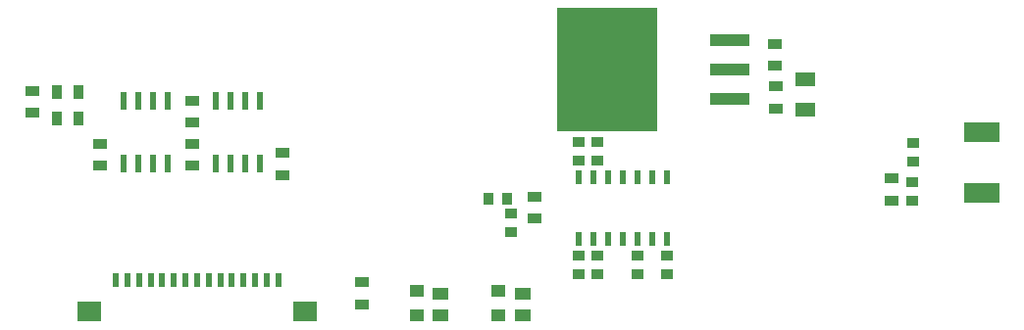
<source format=gtp>
G04*
G04 #@! TF.GenerationSoftware,Altium Limited,Altium Designer,21.0.8 (223)*
G04*
G04 Layer_Color=8421504*
%FSLAX25Y25*%
%MOIN*%
G70*
G04*
G04 #@! TF.SameCoordinates,B575C2FC-ACDB-4AF1-BD63-2252A0B86CB9*
G04*
G04*
G04 #@! TF.FilePolarity,Positive*
G04*
G01*
G75*
%ADD18R,0.05709X0.04134*%
%ADD19R,0.04724X0.04331*%
%ADD20R,0.05118X0.03543*%
%ADD21R,0.03937X0.03543*%
%ADD22R,0.03543X0.05118*%
%ADD23R,0.12402X0.07008*%
%ADD24R,0.03543X0.03937*%
%ADD25R,0.02284X0.04646*%
%ADD26R,0.02362X0.06102*%
%ADD27R,0.06717X0.04545*%
%ADD28R,0.02362X0.05118*%
%ADD29R,0.07874X0.07087*%
%ADD30R,0.33858X0.42126*%
%ADD31R,0.13386X0.03937*%
D18*
X174761Y303135D02*
D03*
Y295852D02*
D03*
X146900Y295868D02*
D03*
Y303151D02*
D03*
D19*
X166561Y304218D02*
D03*
Y295950D02*
D03*
X139000Y304234D02*
D03*
Y295966D02*
D03*
D20*
X300200Y334960D02*
D03*
Y342440D02*
D03*
X31400Y354340D02*
D03*
Y346860D02*
D03*
X178800Y328870D02*
D03*
Y336350D02*
D03*
X93200Y343660D02*
D03*
Y351140D02*
D03*
X62600Y361460D02*
D03*
Y368940D02*
D03*
X62500Y354340D02*
D03*
Y346860D02*
D03*
X120300Y307100D02*
D03*
Y299620D02*
D03*
X260800Y373780D02*
D03*
X260700Y380860D02*
D03*
X8100Y364720D02*
D03*
Y372200D02*
D03*
X260700Y388340D02*
D03*
X260800Y366300D02*
D03*
D21*
X194000Y354850D02*
D03*
Y348550D02*
D03*
Y316250D02*
D03*
Y309950D02*
D03*
X307500Y354650D02*
D03*
Y348350D02*
D03*
X224000Y309950D02*
D03*
Y316250D02*
D03*
X200400Y354850D02*
D03*
Y348550D02*
D03*
X170800Y330650D02*
D03*
Y324350D02*
D03*
X213900Y309950D02*
D03*
Y316250D02*
D03*
X307400Y341259D02*
D03*
Y334960D02*
D03*
X200400Y309950D02*
D03*
Y316250D02*
D03*
D22*
X16460Y362700D02*
D03*
X23940D02*
D03*
Y371800D02*
D03*
X16460D02*
D03*
D23*
X330900Y358095D02*
D03*
Y337505D02*
D03*
D24*
X163286Y335500D02*
D03*
X169585D02*
D03*
D25*
X194000Y321900D02*
D03*
X199000D02*
D03*
X204000D02*
D03*
X209000D02*
D03*
X214000D02*
D03*
X219000D02*
D03*
X224000D02*
D03*
Y342845D02*
D03*
X219000D02*
D03*
X214000D02*
D03*
X209000D02*
D03*
X204000D02*
D03*
X199000D02*
D03*
X194000D02*
D03*
D26*
X85700Y368730D02*
D03*
X75700D02*
D03*
X70700D02*
D03*
X75700Y347470D02*
D03*
X80700D02*
D03*
X70700D02*
D03*
X80700Y368730D02*
D03*
X85700Y347470D02*
D03*
X49200D02*
D03*
X44200D02*
D03*
X39200Y368730D02*
D03*
X44200D02*
D03*
X54200D02*
D03*
X39200Y347470D02*
D03*
X49200Y368730D02*
D03*
X54200Y347470D02*
D03*
D27*
X270800Y366000D02*
D03*
Y376046D02*
D03*
D28*
X83896Y307900D02*
D03*
X79959D02*
D03*
X68148D02*
D03*
X64211D02*
D03*
X60274D02*
D03*
X56337D02*
D03*
X40589D02*
D03*
X44526D02*
D03*
X48463D02*
D03*
X52400D02*
D03*
X72085D02*
D03*
X76022D02*
D03*
X87833D02*
D03*
X36652D02*
D03*
X91770D02*
D03*
D29*
X27597Y297073D02*
D03*
X100825D02*
D03*
D30*
X203452Y379400D02*
D03*
D31*
X245184D02*
D03*
Y369400D02*
D03*
Y389400D02*
D03*
M02*

</source>
